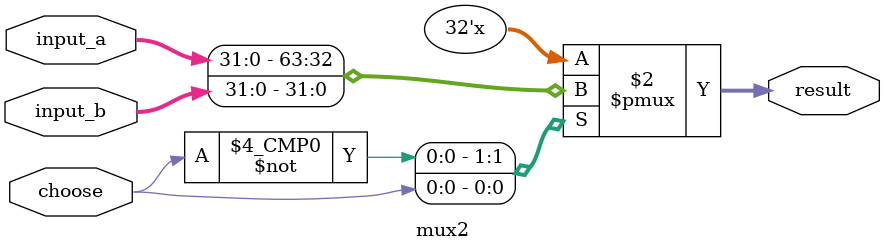
<source format=v>

module mux2 (
  input_a,
  input_b,
  
  choose,
  result
);
  parameter width = 32;
  
  input wire [width - 1: 0] input_a;
  input wire [width - 1: 0] input_b;
  input wire choose;

  output reg [width - 1: 0] result;
  
  localparam CHOOSE_A = 1'b0,
             CHOOSE_B = 1'b1;

  always@(*) begin
    case(choose) 
      CHOOSE_A: result <= input_a;
      CHOOSE_B: result <= input_b;
    endcase
  end
endmodule

</source>
